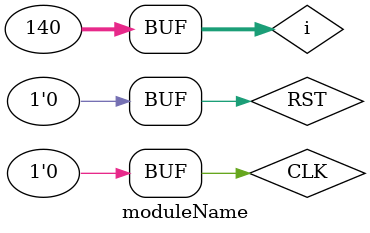
<source format=v>
module moduleName ();

reg CLK;
wire [31:0] OUT;
reg RST;
integer i;
SingleCpu SingleCpu1 (.CLK(CLK), .RST(RST), .OUT(OUT));

initial begin
    RST = 1;
    CLK = 0;
    #50;
    CLK = 1;
    #50
    RST = 0;
    CLK = 0;
    #50
    for(i=0; i<140; i=i+1) begin
        CLK = 1;
        #50
        CLK = 0;
        #50;
    end


end


// always begin
//     #6 CLK=0;
//     #4 CLK=1;
// end

    
endmodule
</source>
